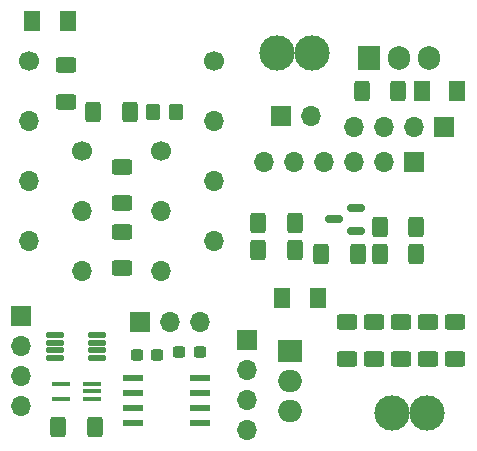
<source format=gbr>
%TF.GenerationSoftware,KiCad,Pcbnew,(7.0.0-0)*%
%TF.CreationDate,2023-07-06T20:29:09+02:00*%
%TF.ProjectId,Monitoring_Board_v01,4d6f6e69-746f-4726-996e-675f426f6172,v01*%
%TF.SameCoordinates,Original*%
%TF.FileFunction,Soldermask,Top*%
%TF.FilePolarity,Negative*%
%FSLAX46Y46*%
G04 Gerber Fmt 4.6, Leading zero omitted, Abs format (unit mm)*
G04 Created by KiCad (PCBNEW (7.0.0-0)) date 2023-07-06 20:29:09*
%MOMM*%
%LPD*%
G01*
G04 APERTURE LIST*
G04 Aperture macros list*
%AMRoundRect*
0 Rectangle with rounded corners*
0 $1 Rounding radius*
0 $2 $3 $4 $5 $6 $7 $8 $9 X,Y pos of 4 corners*
0 Add a 4 corners polygon primitive as box body*
4,1,4,$2,$3,$4,$5,$6,$7,$8,$9,$2,$3,0*
0 Add four circle primitives for the rounded corners*
1,1,$1+$1,$2,$3*
1,1,$1+$1,$4,$5*
1,1,$1+$1,$6,$7*
1,1,$1+$1,$8,$9*
0 Add four rect primitives between the rounded corners*
20,1,$1+$1,$2,$3,$4,$5,0*
20,1,$1+$1,$4,$5,$6,$7,0*
20,1,$1+$1,$6,$7,$8,$9,0*
20,1,$1+$1,$8,$9,$2,$3,0*%
G04 Aperture macros list end*
%ADD10RoundRect,0.250001X0.462499X0.624999X-0.462499X0.624999X-0.462499X-0.624999X0.462499X-0.624999X0*%
%ADD11R,1.700000X1.700000*%
%ADD12O,1.700000X1.700000*%
%ADD13RoundRect,0.250000X0.400000X0.625000X-0.400000X0.625000X-0.400000X-0.625000X0.400000X-0.625000X0*%
%ADD14RoundRect,0.250000X-0.400000X-0.625000X0.400000X-0.625000X0.400000X0.625000X-0.400000X0.625000X0*%
%ADD15R,1.663700X0.558800*%
%ADD16RoundRect,0.250000X0.350000X0.450000X-0.350000X0.450000X-0.350000X-0.450000X0.350000X-0.450000X0*%
%ADD17RoundRect,0.020000X-0.690000X-0.180000X0.690000X-0.180000X0.690000X0.180000X-0.690000X0.180000X0*%
%ADD18RoundRect,0.150000X0.587500X0.150000X-0.587500X0.150000X-0.587500X-0.150000X0.587500X-0.150000X0*%
%ADD19R,2.000000X1.905000*%
%ADD20O,2.000000X1.905000*%
%ADD21RoundRect,0.250000X-0.625000X0.400000X-0.625000X-0.400000X0.625000X-0.400000X0.625000X0.400000X0*%
%ADD22C,3.000000*%
%ADD23RoundRect,0.237500X0.300000X0.237500X-0.300000X0.237500X-0.300000X-0.237500X0.300000X-0.237500X0*%
%ADD24RoundRect,0.237500X-0.300000X-0.237500X0.300000X-0.237500X0.300000X0.237500X-0.300000X0.237500X0*%
%ADD25R,1.500000X0.400000*%
%ADD26C,1.700000*%
%ADD27R,1.905000X2.000000*%
%ADD28O,1.905000X2.000000*%
%ADD29RoundRect,0.250001X-0.462499X-0.624999X0.462499X-0.624999X0.462499X0.624999X-0.462499X0.624999X0*%
G04 APERTURE END LIST*
D10*
%TO.C,D1*%
X122731000Y-42799000D03*
X125706000Y-42799000D03*
%TD*%
D11*
%TO.C,J6*%
X143739999Y-50876220D03*
D12*
X146279999Y-50876220D03*
%TD*%
D13*
%TO.C,R11*%
X144932283Y-62179221D03*
X141832283Y-62179221D03*
%TD*%
D14*
%TO.C,R15*%
X152145283Y-62545000D03*
X155245283Y-62545000D03*
%TD*%
D15*
%TO.C,U4*%
X131230499Y-73024999D03*
X131230499Y-74294999D03*
X131230499Y-75564999D03*
X131230499Y-76834999D03*
X136881999Y-76834999D03*
X136881999Y-75564999D03*
X136881999Y-74294999D03*
X136881999Y-73024999D03*
%TD*%
D12*
%TO.C,J3*%
X152499282Y-51787220D03*
X149959282Y-51787220D03*
X155039282Y-51787220D03*
D11*
X157579282Y-51787220D03*
%TD*%
D16*
%TO.C,TH1*%
X134908000Y-50546000D03*
X132908000Y-50546000D03*
%TD*%
D17*
%TO.C,U3*%
X124635171Y-69396304D03*
X124635171Y-70046304D03*
X124635171Y-70696304D03*
X124635171Y-71346304D03*
X128175171Y-71346304D03*
X128175171Y-70696304D03*
X128175171Y-70046304D03*
X128175171Y-69396304D03*
%TD*%
D18*
%TO.C,U5*%
X150109283Y-60574000D03*
X150109283Y-58674000D03*
X148234283Y-59624000D03*
%TD*%
D19*
%TO.C,Q1*%
X144501999Y-70764399D03*
D20*
X144501999Y-73304399D03*
X144501999Y-75844399D03*
%TD*%
D13*
%TO.C,R14*%
X155245283Y-60259000D03*
X152145283Y-60259000D03*
%TD*%
D14*
%TO.C,R12*%
X141832283Y-59893221D03*
X144932283Y-59893221D03*
%TD*%
D13*
%TO.C,R13*%
X153698000Y-48768000D03*
X150598000Y-48768000D03*
%TD*%
D21*
%TO.C,R7*%
X156186000Y-68300000D03*
X156186000Y-71400000D03*
%TD*%
D13*
%TO.C,R2*%
X130965000Y-50546000D03*
X127865000Y-50546000D03*
%TD*%
D10*
%TO.C,D3*%
X158689500Y-48768000D03*
X155714500Y-48768000D03*
%TD*%
D22*
%TO.C,J7*%
X143435200Y-45516800D03*
X146435200Y-45516800D03*
%TD*%
D23*
%TO.C,C1*%
X136882000Y-70866000D03*
X135157000Y-70866000D03*
%TD*%
D24*
%TO.C,C2*%
X131567500Y-71128000D03*
X133292500Y-71128000D03*
%TD*%
D21*
%TO.C,R4*%
X130301283Y-60655221D03*
X130301283Y-63755221D03*
%TD*%
%TO.C,R3*%
X130301283Y-55168221D03*
X130301283Y-58268221D03*
%TD*%
D25*
%TO.C,U2*%
X127797999Y-74817999D03*
X127797999Y-74167999D03*
X127797999Y-73517999D03*
X125137999Y-73517999D03*
X125137999Y-74817999D03*
%TD*%
D11*
%TO.C,J5*%
X121796570Y-67777199D03*
D12*
X121796570Y-70317199D03*
X121796570Y-72857199D03*
X121796570Y-75397199D03*
%TD*%
D21*
%TO.C,R6*%
X158472000Y-68300000D03*
X158472000Y-71400000D03*
%TD*%
%TO.C,R9*%
X151614000Y-68300000D03*
X151614000Y-71400000D03*
%TD*%
D12*
%TO.C,U1*%
X138103999Y-61467999D03*
X138103999Y-56387999D03*
X138103999Y-51307999D03*
X122403999Y-61467999D03*
X122403999Y-56387999D03*
X122403999Y-51307999D03*
D26*
X122404000Y-46228000D03*
D12*
X133608599Y-63987999D03*
X126902999Y-58907999D03*
D26*
X133608600Y-53828000D03*
D12*
X133608599Y-58907999D03*
D26*
X126903000Y-53828000D03*
D12*
X126902999Y-63987999D03*
D26*
X138104000Y-46228000D03*
%TD*%
D12*
%TO.C,J2*%
X144879282Y-54797220D03*
X142339282Y-54797220D03*
X149959282Y-54797220D03*
D11*
X155039282Y-54797220D03*
D12*
X152499282Y-54797220D03*
X147419282Y-54797220D03*
%TD*%
D21*
%TO.C,R1*%
X125579000Y-46583000D03*
X125579000Y-49683000D03*
%TD*%
D14*
%TO.C,Rs1*%
X147192283Y-62545000D03*
X150292283Y-62545000D03*
%TD*%
D21*
%TO.C,R8*%
X153900000Y-68300000D03*
X153900000Y-71400000D03*
%TD*%
D22*
%TO.C,J8*%
X156162000Y-76047600D03*
X153162000Y-76047600D03*
%TD*%
D21*
%TO.C,R5*%
X149328000Y-68300000D03*
X149328000Y-71400000D03*
%TD*%
D27*
%TO.C,Q2*%
X151256282Y-45923220D03*
D28*
X153796282Y-45923220D03*
X156336282Y-45923220D03*
%TD*%
D11*
%TO.C,J1*%
X131801999Y-68325999D03*
D12*
X134341999Y-68325999D03*
X136881999Y-68325999D03*
%TD*%
D14*
%TO.C,R10*%
X124918000Y-77216000D03*
X128018000Y-77216000D03*
%TD*%
D29*
%TO.C,D2*%
X143892400Y-66294000D03*
X146867400Y-66294000D03*
%TD*%
D11*
%TO.C,J4*%
X140928866Y-69849999D03*
D12*
X140928866Y-72389999D03*
X140928866Y-74929999D03*
X140928866Y-77469999D03*
%TD*%
M02*

</source>
